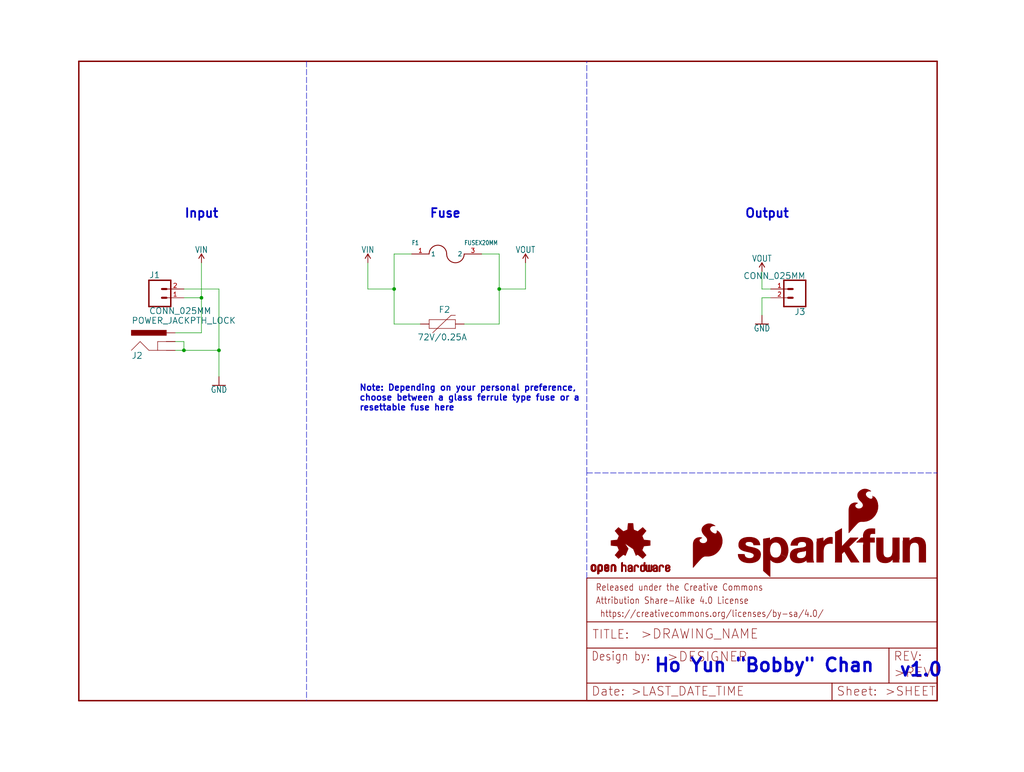
<source format=kicad_sch>
(kicad_sch (version 20211123) (generator eeschema)
  (paper "User" 297.002 223.926)
  (lib_symbols
    (symbol "schematicEagle-eagle-import:CONN_025MM"
      (property "Reference" "J" (at -2.54 5.588 0))
      (property "Value" "CONN_025MM" (at -2.54 -4.826 0))
      (symbol "CONN_025MM_1_0"
        (pin passive line (at 7.62 0 180) (length 5.08) (name "1") (number "1"))
        (pin passive line (at 7.62 2.54 180) (length 5.08) (name "2") (number "2"))
      )
    )
    (symbol "schematicEagle-eagle-import:FRAME-LETTER"
      (symbol "FRAME-LETTER_2_0"
        (text " https://creativecommons.org/licenses/by-sa/4.0/" (at 2.54 24.13 0) (effects (font (size 1.9304 1.6408)) (justify left bottom)))
        (text ">DESIGNER" (at 23.114 11.176 0) (effects (font (size 2.7432 2.7432)) (justify left bottom)))
        (text ">DRAWING_NAME" (at 15.494 17.78 0) (effects (font (size 2.7432 2.7432)) (justify left bottom)))
        (text ">LAST_DATE_TIME" (at 12.7 1.27 0) (effects (font (size 2.54 2.54)) (justify left bottom)))
        (text ">REV" (at 88.9 6.604 0) (effects (font (size 2.7432 2.7432)) (justify left bottom)))
        (text ">SHEET" (at 86.36 1.27 0) (effects (font (size 2.54 2.54)) (justify left bottom)))
        (text "Attribution Share-Alike 4.0 License" (at 2.54 27.94 0) (effects (font (size 1.9304 1.6408)) (justify left bottom)))
        (text "Date:" (at 1.27 1.27 0) (effects (font (size 2.54 2.54)) (justify left bottom)))
        (text "Design by:" (at 1.27 11.43 0) (effects (font (size 2.54 2.159)) (justify left bottom)))
        (text "Released under the Creative Commons" (at 2.54 31.75 0) (effects (font (size 1.9304 1.6408)) (justify left bottom)))
        (text "REV:" (at 88.9 11.43 0) (effects (font (size 2.54 2.54)) (justify left bottom)))
        (text "Sheet:" (at 72.39 1.27 0) (effects (font (size 2.54 2.54)) (justify left bottom)))
        (text "TITLE:" (at 1.524 17.78 0) (effects (font (size 2.54 2.54)) (justify left bottom)))
      )
    )
    (symbol "schematicEagle-eagle-import:FUSEX20MM"
      (property "Reference" "F" (at -10.16 2.54 0))
      (property "Value" "FUSEX20MM" (at 5.08 2.54 0))
      (symbol "FUSEX20MM_1_0"
        (pin bidirectional line (at -10.16 0 0) (length 5.08) (name "1") (number "1"))
        (pin bidirectional line (at 10.16 0 180) (length 5.08) (name "2") (number "3"))
      )
    )
    (symbol "schematicEagle-eagle-import:GND" (power)
      (property "Value" "GND" (at 0 -0.254 0))
      (symbol "GND_1_0"
        (pin power_in line (at 0 2.54 270) (length 2.54) (name "GND") (number "1"))
      )
    )
    (symbol "schematicEagle-eagle-import:OSHW-LOGOMINI")
    (symbol "schematicEagle-eagle-import:POWER_JACKPTH_LOCK"
      (property "Reference" "J" (at -10.16 0 0))
      (property "Value" "POWER_JACKPTH_LOCK" (at -10.16 10.16 0))
      (symbol "POWER_JACKPTH_LOCK_1_0"
        (pin bidirectional line (at 2.54 2.54 180) (length 2.54) (name "GND") (number "GND"))
        (pin bidirectional line (at 2.54 5.08 180) (length 2.54) (name "GNDBREAK") (number "GNDBREAK"))
        (pin bidirectional line (at 2.54 7.62 180) (length 2.54) (name "PWR") (number "PWR"))
      )
    )
    (symbol "schematicEagle-eagle-import:PPTC_PTH"
      (property "Reference" "F" (at 1.905 3.175 0))
      (property "Value" "PPTC_PTH" (at 1.27 -2.794 0))
      (symbol "PPTC_PTH_1_0"
        (pin bidirectional line (at -5.08 0 0) (length 2.54) (name "1") (number "P$1"))
        (pin bidirectional line (at 7.62 0 180) (length 2.54) (name "2") (number "P$2"))
      )
    )
    (symbol "schematicEagle-eagle-import:SFE_LOGO_FLAME.1_INCH")
    (symbol "schematicEagle-eagle-import:SFE_LOGO_NAME_FLAME.1_INCH")
    (symbol "schematicEagle-eagle-import:VIN" (power)
      (property "Value" "VIN" (at 0 2.794 0))
      (symbol "VIN_1_0"
        (pin power_in line (at 0 0 90) (length 2.54) (name "VIN") (number "1"))
      )
    )
    (symbol "schematicEagle-eagle-import:VOUT" (power)
      (property "Value" "VOUT" (at 0 2.794 0))
      (symbol "VOUT_1_0"
        (pin power_in line (at 0 0 90) (length 2.54) (name "VOUT") (number "1"))
      )
    )
  )
  (junction (at 114.3 83.82))
  (junction (at 53.34 101.6))
  (junction (at 58.42 86.36))
  (junction (at 144.78 83.82))
  (junction (at 63.5 101.6))
  (wire (pts (xy 144.78 93.98) (xy 144.78 83.82)))
  (polyline (pts (xy 170.18 137.16) (xy 271.78 137.16)))
  (wire (pts (xy 144.78 83.82) (xy 144.78 73.66)))
  (wire (pts (xy 152.4 76.2) (xy 152.4 83.82)))
  (polyline (pts (xy 88.9 17.78) (xy 88.9 203.2)))
  (wire (pts (xy 63.5 83.82) (xy 63.5 101.6)))
  (wire (pts (xy 220.98 86.36) (xy 220.98 91.44)))
  (wire (pts (xy 220.98 83.82) (xy 223.52 83.82)))
  (wire (pts (xy 106.68 83.82) (xy 114.3 83.82)))
  (wire (pts (xy 53.34 99.06) (xy 53.34 101.6)))
  (wire (pts (xy 220.98 83.82) (xy 220.98 78.74)))
  (wire (pts (xy 58.42 86.36) (xy 53.34 86.36)))
  (wire (pts (xy 114.3 73.66) (xy 114.3 83.82)))
  (wire (pts (xy 152.4 83.82) (xy 144.78 83.82)))
  (wire (pts (xy 63.5 101.6) (xy 63.5 109.22)))
  (wire (pts (xy 50.8 99.06) (xy 53.34 99.06)))
  (wire (pts (xy 106.68 76.2) (xy 106.68 83.82)))
  (wire (pts (xy 50.8 96.52) (xy 58.42 96.52)))
  (polyline (pts (xy 170.18 137.16) (xy 170.18 17.78)))
  (wire (pts (xy 114.3 83.82) (xy 114.3 93.98)))
  (wire (pts (xy 53.34 101.6) (xy 63.5 101.6)))
  (wire (pts (xy 58.42 86.36) (xy 58.42 96.52)))
  (wire (pts (xy 134.62 93.98) (xy 144.78 93.98)))
  (wire (pts (xy 114.3 93.98) (xy 121.92 93.98)))
  (wire (pts (xy 50.8 101.6) (xy 53.34 101.6)))
  (wire (pts (xy 63.5 83.82) (xy 53.34 83.82)))
  (wire (pts (xy 58.42 76.2) (xy 58.42 86.36)))
  (wire (pts (xy 119.38 73.66) (xy 114.3 73.66)))
  (polyline (pts (xy 170.18 167.64) (xy 170.18 137.16)))
  (wire (pts (xy 144.78 73.66) (xy 139.7 73.66)))
  (wire (pts (xy 223.52 86.36) (xy 220.98 86.36)))
  (text "v1.0" (at 260.604 196.596 180) (effects (font (size 3.81 3.81) (thickness 0.762) bold) (justify left bottom)))
  (text "Ho Yun \"Bobby\" Chan" (at 189.484 195.326 180) (effects (font (size 3.81 3.81) (thickness 0.762) bold) (justify left bottom)))
  (text "Input" (at 53.34 63.5 180) (effects (font (size 2.54 2.54) (thickness 0.508) bold) (justify left bottom)))
  (text "Fuse" (at 124.46 63.5 180) (effects (font (size 2.54 2.54) (thickness 0.508) bold) (justify left bottom)))
  (text "Note: Depending on your personal preference,\nchoose between a glass ferrule type fuse or a\nresettable fuse here~{}" (at 104.14 119.38 0) (effects (font (size 1.778 1.778) (thickness 0.3556) bold) (justify left bottom)))
  (text "Output" (at 215.9 63.5 180) (effects (font (size 2.54 2.54) (thickness 0.508) bold) (justify left bottom)))
  (symbol (lib_id "schematicEagle-eagle-import:FRAME-LETTER") (at 170.18 203.2 0) (unit 2)
    (property "Reference" "FRAME1" (effects hide))
    (property "Value" "FRAME-LETTER" (effects hide))
    (property "Footprint" "schematicEagle:CREATIVE_COMMONS" (effects hide))
  )
  (symbol (lib_id "schematicEagle-eagle-import:GND") (at 63.5 111.76 0) (unit 1)
    (property "Reference" "#GND1" (effects hide))
    (property "Value" "GND" (at 63.5 112.014 0) (effects (font (size 1.778 1.5113)) (justify top)))
    (property "Footprint" "schematicEagle:" (effects hide))
  )
  (symbol (lib_id "schematicEagle-eagle-import:CONN_025MM") (at 45.72 86.36 0) (unit 1)
    (property "Reference" "J1" (at 43.18 80.772 0) (effects (font (size 1.778 1.778)) (justify left bottom)))
    (property "Value" "CONN_025MM" (at 43.18 91.186 0) (effects (font (size 1.778 1.778)) (justify left bottom)))
    (property "Footprint" "schematicEagle:SCREWTERMINAL-5MM-2" (effects hide))
  )
  (symbol (lib_id "schematicEagle-eagle-import:POWER_JACKPTH_LOCK") (at 48.26 104.14 0) (unit 1)
    (property "Reference" "J2" (at 38.1 104.14 0) (effects (font (size 1.778 1.778)) (justify left bottom)))
    (property "Value" "POWER_JACKPTH_LOCK" (at 38.1 93.98 0) (effects (font (size 1.778 1.778)) (justify left bottom)))
    (property "Footprint" "schematicEagle:POWER_JACK_PTH_LOCK" (effects hide))
  )
  (symbol (lib_id "schematicEagle-eagle-import:VOUT") (at 152.4 76.2 0) (unit 1)
    (property "Reference" "#SUPPLY4" (effects hide))
    (property "Value" "VOUT" (at 152.4 73.406 0) (effects (font (size 1.778 1.5113)) (justify bottom)))
    (property "Footprint" "schematicEagle:" (effects hide))
  )
  (symbol (lib_id "schematicEagle-eagle-import:SFE_LOGO_NAME_FLAME.1_INCH") (at 213.36 167.64 0) (unit 1)
    (property "Reference" "LOGO1" (effects hide))
    (property "Value" "SFE_LOGO_NAME_FLAME.1_INCH" (effects hide))
    (property "Footprint" "schematicEagle:SFE_LOGO_NAME_FLAME_.1" (effects hide))
  )
  (symbol (lib_id "schematicEagle-eagle-import:PPTC_PTH") (at 127 93.98 0) (unit 1)
    (property "Reference" "F2" (at 128.905 90.805 0) (effects (font (size 1.778 1.778)) (justify bottom)))
    (property "Value" "72V/0.25A" (at 128.27 96.774 0) (effects (font (size 1.778 1.778)) (justify top)))
    (property "Footprint" "schematicEagle:PTH" (effects hide))
  )
  (symbol (lib_id "schematicEagle-eagle-import:VOUT") (at 220.98 78.74 0) (unit 1)
    (property "Reference" "#SUPPLY2" (effects hide))
    (property "Value" "VOUT" (at 220.98 75.946 0) (effects (font (size 1.778 1.5113)) (justify bottom)))
    (property "Footprint" "schematicEagle:" (effects hide))
  )
  (symbol (lib_id "schematicEagle-eagle-import:VIN") (at 106.68 76.2 0) (unit 1)
    (property "Reference" "#SUPPLY3" (effects hide))
    (property "Value" "VIN" (at 106.68 73.406 0) (effects (font (size 1.778 1.5113)) (justify bottom)))
    (property "Footprint" "schematicEagle:" (effects hide))
  )
  (symbol (lib_id "schematicEagle-eagle-import:FRAME-LETTER") (at 22.86 203.2 0) (unit 1)
    (property "Reference" "FRAME1" (effects hide))
    (property "Value" "FRAME-LETTER" (effects hide))
    (property "Footprint" "schematicEagle:CREATIVE_COMMONS" (effects hide))
  )
  (symbol (lib_id "schematicEagle-eagle-import:CONN_025MM") (at 231.14 83.82 180) (unit 1)
    (property "Reference" "J3" (at 233.68 89.408 0) (effects (font (size 1.778 1.778)) (justify left bottom)))
    (property "Value" "CONN_025MM" (at 233.68 78.994 0) (effects (font (size 1.778 1.778)) (justify left bottom)))
    (property "Footprint" "schematicEagle:SCREWTERMINAL-5MM-2" (effects hide))
  )
  (symbol (lib_id "schematicEagle-eagle-import:VIN") (at 58.42 76.2 0) (unit 1)
    (property "Reference" "#SUPPLY1" (effects hide))
    (property "Value" "VIN" (at 58.42 73.406 0) (effects (font (size 1.778 1.5113)) (justify bottom)))
    (property "Footprint" "schematicEagle:" (effects hide))
  )
  (symbol (lib_id "schematicEagle-eagle-import:FUSEX20MM") (at 129.54 73.66 0) (unit 1)
    (property "Reference" "F1" (at 119.38 71.12 0) (effects (font (size 1.27 1.0795)) (justify left bottom)))
    (property "Value" "FUSEX20MM" (at 134.62 71.12 0) (effects (font (size 1.27 1.0795)) (justify left bottom)))
    (property "Footprint" "schematicEagle:FUSE_5MM" (effects hide))
  )
  (symbol (lib_id "schematicEagle-eagle-import:SFE_LOGO_FLAME.1_INCH") (at 200.66 165.1 0) (unit 1)
    (property "Reference" "LOGO2" (effects hide))
    (property "Value" "SFE_LOGO_FLAME.1_INCH" (effects hide))
    (property "Footprint" "schematicEagle:SFE_LOGO_FLAME_.1" (effects hide))
  )
  (symbol (lib_id "schematicEagle-eagle-import:OSHW-LOGOMINI") (at 182.88 157.48 0) (unit 1)
    (property "Reference" "LOGO3" (effects hide))
    (property "Value" "OSHW-LOGOMINI" (effects hide))
    (property "Footprint" "schematicEagle:OSHW-LOGO-MINI" (effects hide))
  )
  (symbol (lib_id "schematicEagle-eagle-import:GND") (at 220.98 93.98 0) (unit 1)
    (property "Reference" "#GND3" (effects hide))
    (property "Value" "GND" (at 220.98 94.234 0) (effects (font (size 1.778 1.5113)) (justify top)))
    (property "Footprint" "schematicEagle:" (effects hide))
  )
)
</source>
